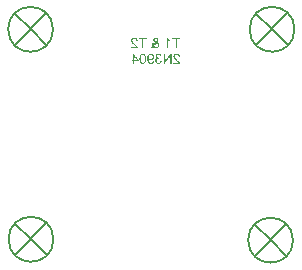
<source format=gbo>
G04 Layer: BottomSilkscreenLayer*
G04 EasyEDA Pro v2.2.40.8, 2025-10-31 20:04:37*
G04 Gerber Generator version 0.3*
G04 Scale: 100 percent, Rotated: No, Reflected: No*
G04 Dimensions in millimeters*
G04 Leading zeros omitted, absolute positions, 4 integers and 5 decimals*
G04 Generated by one-click*
%FSLAX45Y45*%
%MOMM*%
%ADD10C,0.1524*%
%ADD11C,0.5817*%
G75*


G04 Text Start*
G36*
G01X-1335178Y1912235D02*
G01X-1335178Y1874417D01*
G01X-1346451Y1874417D01*
G01X-1346451Y1950053D01*
G01X-1374815Y1950053D01*
G01X-1374815Y1960235D01*
G01X-1306815Y1960235D01*
G01X-1306815Y1950053D01*
G01X-1335178Y1950053D01*
G01X-1335178Y1912235D01*
G37*
G36*
G01X-1382451Y1882235D02*
G01X-1381724Y1880235D01*
G01X-1381178Y1877871D01*
G01X-1380997Y1875508D01*
G01X-1380997Y1874417D01*
G01X-1437724Y1874417D01*
G01X-1437724Y1884598D01*
G01X-1395906Y1884598D01*
G01X-1396088Y1885326D01*
G01X-1396633Y1886417D01*
G01X-1397360Y1887326D01*
G01X-1398269Y1888235D01*
G01X-1400088Y1890417D01*
G01X-1401906Y1892235D01*
G01X-1403724Y1893689D01*
G01X-1405542Y1895507D01*
G01X-1406997Y1896598D01*
G01X-1408269Y1897871D01*
G01X-1410088Y1899326D01*
G01X-1412269Y1901144D01*
G01X-1413179Y1902053D01*
G01X-1414633Y1903144D01*
G01X-1415906Y1904417D01*
G01X-1418088Y1906235D01*
G01X-1418997Y1907144D01*
G01X-1420815Y1908599D01*
G01X-1428088Y1915871D01*
G01X-1430815Y1919144D01*
G01X-1431542Y1920235D01*
G01X-1432451Y1921508D01*
G01X-1433360Y1922962D01*
G01X-1434815Y1925508D01*
G01X-1435542Y1927144D01*
G01X-1436269Y1929326D01*
G01X-1436815Y1931690D01*
G01X-1437178Y1933508D01*
G01X-1437360Y1937508D01*
G01X-1437178Y1941508D01*
G01X-1436815Y1943144D01*
G01X-1436269Y1944780D01*
G01X-1435178Y1947326D01*
G01X-1434451Y1948599D01*
G01X-1433360Y1950235D01*
G01X-1432269Y1951690D01*
G01X-1429542Y1954417D01*
G01X-1428633Y1955144D01*
G01X-1427360Y1956053D01*
G01X-1425906Y1956962D01*
G01X-1424633Y1957689D01*
G01X-1422997Y1958417D01*
G01X-1420997Y1959144D01*
G01X-1418633Y1959689D01*
G01X-1416815Y1960053D01*
G01X-1414269Y1960417D01*
G01X-1409906Y1960599D01*
G01X-1405542Y1960417D01*
G01X-1401542Y1959689D01*
G01X-1397724Y1958417D01*
G01X-1396088Y1957689D01*
G01X-1394633Y1956780D01*
G01X-1392997Y1955689D01*
G01X-1391724Y1954780D01*
G01X-1389906Y1952962D01*
G01X-1388088Y1950780D01*
G01X-1387360Y1949871D01*
G01X-1385360Y1945871D01*
G01X-1384815Y1944417D01*
G01X-1384269Y1942780D01*
G01X-1383724Y1940599D01*
G01X-1383360Y1938599D01*
G01X-1383178Y1937326D01*
G01X-1382997Y1936235D01*
G01X-1383269Y1935917D01*
G01X-1384451Y1935690D01*
G01X-1386815Y1935508D01*
G01X-1388088Y1935326D01*
G01X-1391724Y1934962D01*
G01X-1392997Y1934780D01*
G01X-1393542Y1935144D01*
G01X-1393724Y1936235D01*
G01X-1393906Y1938235D01*
G01X-1394269Y1939871D01*
G01X-1394815Y1941690D01*
G01X-1395360Y1943144D01*
G01X-1396088Y1944599D01*
G01X-1396997Y1945871D01*
G01X-1399360Y1948235D01*
G01X-1400633Y1949144D01*
G01X-1402088Y1950053D01*
G01X-1403724Y1950780D01*
G01X-1405724Y1951326D01*
G01X-1407360Y1951690D01*
G01X-1410997Y1951871D01*
G01X-1414633Y1951690D01*
G01X-1416451Y1951144D01*
G01X-1418269Y1950417D01*
G01X-1419542Y1949690D01*
G01X-1420633Y1948962D01*
G01X-1421542Y1948235D01*
G01X-1423360Y1946417D01*
G01X-1424088Y1945508D01*
G01X-1425360Y1942962D01*
G01X-1426088Y1940962D01*
G01X-1426451Y1938962D01*
G01X-1426633Y1937508D01*
G01X-1426633Y1935690D01*
G01X-1426269Y1933326D01*
G01X-1425724Y1931508D01*
G01X-1424997Y1929690D01*
G01X-1424269Y1928053D01*
G01X-1423360Y1926599D01*
G01X-1422269Y1924962D01*
G01X-1421360Y1923690D01*
G01X-1420269Y1922235D01*
G01X-1418088Y1920053D01*
G01X-1417360Y1919144D01*
G01X-1416088Y1918053D01*
G01X-1411724Y1913689D01*
G01X-1409906Y1912235D01*
G01X-1408997Y1911326D01*
G01X-1401360Y1904780D01*
G01X-1399542Y1903326D01*
G01X-1396997Y1901144D01*
G01X-1389724Y1893871D01*
G01X-1388269Y1892053D01*
G01X-1387178Y1890598D01*
G01X-1385906Y1888780D01*
G01X-1384087Y1885871D01*
G01X-1383178Y1884053D01*
G01X-1382451Y1882235D01*
G37*
G36*
G01X-1259542Y1874962D02*
G01X-1260451Y1874235D01*
G01X-1261360Y1873689D01*
G01X-1262087Y1872962D01*
G01X-1262997Y1872780D01*
G01X-1264087Y1873871D01*
G01X-1267360Y1877689D01*
G01X-1269178Y1879871D01*
G01X-1269724Y1880598D01*
G01X-1269178Y1881326D01*
G01X-1267724Y1882417D01*
G01X-1265906Y1883871D01*
G01X-1260087Y1889689D01*
G01X-1257360Y1892962D01*
G01X-1242815Y1892962D01*
G01X-1242087Y1891326D01*
G01X-1240815Y1890053D01*
G01X-1240087Y1889144D01*
G01X-1239360Y1888417D01*
G01X-1238451Y1887689D01*
G01X-1237360Y1886780D01*
G01X-1234451Y1884962D01*
G01X-1232997Y1884235D01*
G01X-1231178Y1883508D01*
G01X-1229542Y1882962D01*
G01X-1229542Y1882962D01*
G01X-1227724Y1882598D01*
G01X-1225724Y1882235D01*
G01X-1224815Y1882235D01*
G01X-1222997Y1882417D01*
G01X-1220633Y1882780D01*
G01X-1219178Y1883326D01*
G01X-1217906Y1883871D01*
G01X-1216451Y1884780D01*
G01X-1215178Y1885871D01*
G01X-1214269Y1886780D01*
G01X-1213360Y1887871D01*
G01X-1212451Y1889326D01*
G01X-1211542Y1890962D01*
G01X-1210815Y1892417D01*
G01X-1210087Y1894235D01*
G01X-1209542Y1896417D01*
G01X-1209360Y1899326D01*
G01X-1209542Y1901871D01*
G01X-1210087Y1903508D01*
G01X-1210815Y1905144D01*
G01X-1211542Y1906417D01*
G01X-1212633Y1908053D01*
G01X-1216633Y1912053D01*
G01X-1217542Y1912780D01*
G01X-1218451Y1913326D01*
G01X-1219724Y1914235D01*
G01X-1221360Y1915326D01*
G01X-1222997Y1916235D01*
G01X-1224269Y1916235D01*
G01X-1229360Y1909871D01*
G01X-1230269Y1908962D01*
G01X-1237542Y1899871D01*
G01X-1238451Y1898780D01*
G01X-1239178Y1897689D01*
G01X-1239906Y1896780D01*
G01X-1240815Y1895871D01*
G01X-1242269Y1894053D01*
G01X-1242815Y1892962D01*
G01X-1257360Y1892962D01*
G01X-1256815Y1894053D01*
G01X-1257178Y1895144D01*
G01X-1258087Y1896598D01*
G01X-1258815Y1898053D01*
G01X-1259542Y1899689D01*
G01X-1260269Y1901144D01*
G01X-1260997Y1902780D01*
G01X-1261724Y1904598D01*
G01X-1262815Y1907871D01*
G01X-1263360Y1909689D01*
G01X-1263724Y1911326D01*
G01X-1263906Y1912235D01*
G01X-1262633Y1912780D01*
G01X-1257178Y1913871D01*
G01X-1255724Y1914235D01*
G01X-1254087Y1914599D01*
G01X-1253451Y1914417D01*
G01X-1252996Y1913508D01*
G01X-1252087Y1909871D01*
G01X-1251542Y1908235D01*
G01X-1250815Y1906417D01*
G01X-1250087Y1904780D01*
G01X-1249360Y1903508D01*
G01X-1248906Y1903462D01*
G01X-1248269Y1904053D01*
G01X-1246815Y1905871D01*
G01X-1245724Y1907326D01*
G01X-1242815Y1910962D01*
G01X-1241724Y1912417D01*
G01X-1238815Y1916053D01*
G01X-1237724Y1917508D01*
G01X-1236269Y1919326D01*
G01X-1235178Y1920780D01*
G01X-1234087Y1922053D01*
G01X-1233951Y1922417D01*
G01X-1234269Y1922780D01*
G01X-1236815Y1924235D01*
G01X-1237906Y1924962D01*
G01X-1240451Y1926780D01*
G01X-1242269Y1928235D01*
G01X-1244996Y1930962D01*
G01X-1245906Y1932235D01*
G01X-1246996Y1933871D01*
G01X-1247906Y1935326D01*
G01X-1248451Y1936599D01*
G01X-1248996Y1938053D01*
G01X-1249542Y1940417D01*
G01X-1249769Y1942235D01*
G01X-1239178Y1942235D01*
G01X-1238997Y1940417D01*
G01X-1238451Y1938780D01*
G01X-1237724Y1937144D01*
G01X-1236997Y1936053D01*
G01X-1235178Y1934235D01*
G01X-1233906Y1933144D01*
G01X-1233906Y1933144D01*
G01X-1231360Y1931326D01*
G01X-1229724Y1930235D01*
G01X-1228451Y1929871D01*
G01X-1227360Y1930417D01*
G01X-1225178Y1932962D01*
G01X-1224269Y1933871D01*
G01X-1223178Y1935326D01*
G01X-1221906Y1937144D01*
G01X-1220997Y1938599D01*
G01X-1220269Y1940235D01*
G01X-1219724Y1942235D01*
G01X-1219542Y1944417D01*
G01X-1219906Y1946417D01*
G01X-1220451Y1947871D01*
G01X-1221178Y1948962D01*
G01X-1222087Y1950053D01*
G01X-1222997Y1950962D01*
G01X-1223906Y1951508D01*
G01X-1225178Y1952235D01*
G01X-1227360Y1952780D01*
G01X-1229178Y1953144D01*
G01X-1230269Y1953144D01*
G01X-1231542Y1952962D01*
G01X-1232997Y1952599D01*
G01X-1234451Y1951871D01*
G01X-1235542Y1951144D01*
G01X-1236451Y1950417D01*
G01X-1237178Y1949508D01*
G01X-1238451Y1946962D01*
G01X-1238997Y1944780D01*
G01X-1239178Y1942235D01*
G01X-1249769Y1942235D01*
G01X-1249906Y1943326D01*
G01X-1249906Y1945871D01*
G01X-1249360Y1948417D01*
G01X-1248633Y1950417D01*
G01X-1247906Y1951871D01*
G01X-1246996Y1953326D01*
G01X-1246087Y1954599D01*
G01X-1244269Y1956417D01*
G01X-1242996Y1957508D01*
G01X-1241724Y1958417D01*
G01X-1240451Y1959144D01*
G01X-1238997Y1959871D01*
G01X-1237178Y1960599D01*
G01X-1234997Y1961144D01*
G01X-1232815Y1961508D01*
G01X-1228997Y1961689D01*
G01X-1225906Y1961508D01*
G01X-1224269Y1961144D01*
G01X-1222451Y1960599D01*
G01X-1220997Y1960053D01*
G01X-1219724Y1959508D01*
G01X-1218269Y1958780D01*
G01X-1216997Y1957871D01*
G01X-1215178Y1956417D01*
G01X-1213360Y1954599D01*
G01X-1212269Y1953144D01*
G01X-1210997Y1951326D01*
G01X-1210087Y1949326D01*
G01X-1209542Y1947690D01*
G01X-1209178Y1946235D01*
G01X-1208815Y1944053D01*
G01X-1208633Y1941690D01*
G01X-1208815Y1940053D01*
G01X-1209178Y1938417D01*
G01X-1209724Y1936599D01*
G01X-1210451Y1934962D01*
G01X-1211178Y1933508D01*
G01X-1211906Y1932235D01*
G01X-1212815Y1930780D01*
G01X-1213724Y1929508D01*
G01X-1215906Y1926599D01*
G01X-1216815Y1925690D01*
G01X-1217542Y1924780D01*
G01X-1217906Y1923871D01*
G01X-1217860Y1923553D01*
G01X-1217360Y1923326D01*
G01X-1215906Y1922599D01*
G01X-1214269Y1921690D01*
G01X-1212997Y1920962D01*
G01X-1210269Y1919144D01*
G01X-1207360Y1916962D01*
G01X-1204269Y1913871D01*
G01X-1202815Y1912053D01*
G01X-1201906Y1910780D01*
G01X-1200815Y1909144D01*
G01X-1199906Y1907326D01*
G01X-1199178Y1905326D01*
G01X-1198633Y1903326D01*
G01X-1198269Y1901508D01*
G01X-1198088Y1897326D01*
G01X-1198269Y1893507D01*
G01X-1198633Y1892053D01*
G01X-1199178Y1890417D01*
G01X-1199724Y1888962D01*
G01X-1200269Y1887689D01*
G01X-1200997Y1886235D01*
G01X-1201724Y1884962D01*
G01X-1202451Y1884053D01*
G01X-1203542Y1882598D01*
G01X-1206633Y1879508D01*
G01X-1208451Y1878053D01*
G01X-1209724Y1877144D01*
G01X-1211360Y1876235D01*
G01X-1212815Y1875508D01*
G01X-1214087Y1874962D01*
G01X-1215542Y1874417D01*
G01X-1217542Y1873871D01*
G01X-1219360Y1873508D01*
G01X-1222633Y1873144D01*
G01X-1225724Y1872962D01*
G01X-1228815Y1873144D01*
G01X-1230997Y1873508D01*
G01X-1233360Y1874053D01*
G01X-1236633Y1875144D01*
G01X-1238269Y1875871D01*
G01X-1239724Y1876598D01*
G01X-1240997Y1877326D01*
G01X-1242451Y1878235D01*
G01X-1243724Y1879144D01*
G01X-1245178Y1880235D01*
G01X-1246451Y1881326D01*
G01X-1248996Y1883871D01*
G01X-1249724Y1884417D01*
G01X-1250451Y1883871D01*
G01X-1251360Y1882780D01*
G01X-1256815Y1877326D01*
G01X-1258633Y1875871D01*
G01X-1259542Y1874962D01*
G37*
G36*
G01X-1050451Y1912235D02*
G01X-1050451Y1874417D01*
G01X-1061724Y1874417D01*
G01X-1061724Y1950053D01*
G01X-1090087Y1950053D01*
G01X-1090087Y1960235D01*
G01X-1022087Y1960235D01*
G01X-1022087Y1950053D01*
G01X-1050451Y1950053D01*
G01X-1050451Y1912235D01*
G37*
G36*
G01X-1126815Y1907689D02*
G01X-1126815Y1874417D01*
G01X-1137360Y1874417D01*
G01X-1137360Y1960599D01*
G01X-1130451Y1960599D01*
G01X-1130087Y1959689D01*
G01X-1128996Y1957871D01*
G01X-1127724Y1956053D01*
G01X-1124451Y1952235D01*
G01X-1121724Y1949508D01*
G01X-1119906Y1948053D01*
G01X-1117724Y1946235D01*
G01X-1116815Y1945508D01*
G01X-1115542Y1944780D01*
G01X-1113906Y1943690D01*
G01X-1110997Y1941871D01*
G01X-1107724Y1940235D01*
G01X-1106451Y1939508D01*
G01X-1105906Y1937962D01*
G01X-1105724Y1934053D01*
G01X-1105724Y1928962D01*
G01X-1106815Y1929326D01*
G01X-1108815Y1930053D01*
G01X-1113178Y1932235D01*
G01X-1115724Y1933690D01*
G01X-1117178Y1934599D01*
G01X-1120815Y1936780D01*
G01X-1122087Y1937690D01*
G01X-1124815Y1939871D01*
G01X-1126087Y1940599D01*
G01X-1126815Y1940962D01*
G01X-1126815Y1907689D01*
G37*
G36*
G01X-1411906Y1750598D02*
G01X-1411906Y1740235D01*
G01X-1422451Y1740235D01*
G01X-1422451Y1760962D01*
G01X-1434088Y1760962D01*
G01X-1434088Y1770053D01*
G01X-1433178Y1770235D01*
G01X-1427360Y1770417D01*
G01X-1422451Y1770417D01*
G01X-1422451Y1788962D01*
G01X-1411906Y1788962D01*
G01X-1411906Y1770417D01*
G01X-1398633Y1770417D01*
G01X-1385178Y1770598D01*
G01X-1385542Y1771689D01*
G01X-1387360Y1774235D01*
G01X-1389906Y1777871D01*
G01X-1390997Y1779508D01*
G01X-1392815Y1782053D01*
G01X-1393906Y1783689D01*
G01X-1398997Y1790962D01*
G01X-1400088Y1792599D01*
G01X-1401906Y1795144D01*
G01X-1402997Y1796780D01*
G01X-1404815Y1799326D01*
G01X-1405906Y1800962D01*
G01X-1407724Y1803508D01*
G01X-1408815Y1805144D01*
G01X-1410088Y1806962D01*
G01X-1411179Y1808235D01*
G01X-1411497Y1808371D01*
G01X-1411724Y1808053D01*
G01X-1411906Y1788962D01*
G01X-1411906Y1788962D01*
G01X-1422451Y1788962D01*
G01X-1422451Y1826053D01*
G01X-1418088Y1826053D01*
G01X-1414724Y1825917D01*
G01X-1413360Y1825508D01*
G01X-1410633Y1821690D01*
G01X-1409542Y1820053D01*
G01X-1405906Y1814962D01*
G01X-1403360Y1811326D01*
G01X-1401542Y1808780D01*
G01X-1396451Y1801508D01*
G01X-1394633Y1798962D01*
G01X-1392088Y1795326D01*
G01X-1390269Y1792780D01*
G01X-1385178Y1785508D01*
G01X-1383360Y1782962D01*
G01X-1380815Y1779326D01*
G01X-1378997Y1776780D01*
G01X-1375178Y1771326D01*
G01X-1374633Y1769462D01*
G01X-1374451Y1765689D01*
G01X-1374451Y1760962D01*
G01X-1411906Y1760962D01*
G01X-1411906Y1750598D01*
G37*
G36*
G01X-1329542Y1740598D02*
G01X-1331724Y1739871D01*
G01X-1334269Y1739326D01*
G01X-1336087Y1738962D01*
G01X-1339360Y1738780D01*
G01X-1342633Y1738962D01*
G01X-1345178Y1739326D01*
G01X-1346815Y1739689D01*
G01X-1348451Y1740235D01*
G01X-1350997Y1741326D01*
G01X-1352269Y1742053D01*
G01X-1353906Y1743144D01*
G01X-1355724Y1744598D01*
G01X-1356997Y1745871D01*
G01X-1359178Y1748598D01*
G01X-1360087Y1749871D01*
G01X-1361178Y1751689D01*
G01X-1362087Y1753508D01*
G01X-1362815Y1755144D01*
G01X-1363542Y1756962D01*
G01X-1364633Y1760235D01*
G01X-1365178Y1762417D01*
G01X-1365542Y1764053D01*
G01X-1366269Y1768417D01*
G01X-1366633Y1771326D01*
G01X-1366997Y1775689D01*
G01X-1367148Y1782053D01*
G01X-1356269Y1782053D01*
G01X-1356087Y1772417D01*
G01X-1355724Y1768417D01*
G01X-1355360Y1765871D01*
G01X-1354633Y1761871D01*
G01X-1353360Y1758053D01*
G01X-1352633Y1756417D01*
G01X-1351906Y1755144D01*
G01X-1351178Y1754053D01*
G01X-1350451Y1753144D01*
G01X-1348633Y1751326D01*
G01X-1347360Y1750235D01*
G01X-1345906Y1749326D01*
G01X-1344451Y1748598D01*
G01X-1344451Y1748598D01*
G01X-1342269Y1747871D01*
G01X-1338815Y1747508D01*
G01X-1336451Y1747689D01*
G01X-1335178Y1748053D01*
G01X-1333542Y1748598D01*
G01X-1332269Y1749326D01*
G01X-1330633Y1750417D01*
G01X-1328451Y1752598D01*
G01X-1327542Y1753689D01*
G01X-1326633Y1755144D01*
G01X-1325724Y1756780D01*
G01X-1324997Y1758598D01*
G01X-1324269Y1760780D01*
G01X-1323724Y1763326D01*
G01X-1323360Y1765144D01*
G01X-1322997Y1767326D01*
G01X-1322633Y1770235D01*
G01X-1322451Y1772962D01*
G01X-1322269Y1774962D01*
G01X-1322088Y1782962D01*
G01X-1322269Y1790962D01*
G01X-1322633Y1795326D01*
G01X-1322997Y1798599D01*
G01X-1323724Y1802599D01*
G01X-1324269Y1804235D01*
G01X-1324815Y1806235D01*
G01X-1325360Y1807690D01*
G01X-1326815Y1810599D01*
G01X-1327542Y1811690D01*
G01X-1328633Y1813144D01*
G01X-1329906Y1814417D01*
G01X-1331178Y1815326D01*
G01X-1332815Y1816235D01*
G01X-1334451Y1816962D01*
G01X-1336451Y1817508D01*
G01X-1339906Y1817690D01*
G01X-1342633Y1817508D01*
G01X-1344087Y1816962D01*
G01X-1345906Y1816053D01*
G01X-1347360Y1815144D01*
G01X-1348269Y1814417D01*
G01X-1349360Y1813144D01*
G01X-1350633Y1811871D01*
G01X-1351542Y1810599D01*
G01X-1352997Y1807690D01*
G01X-1353724Y1806053D01*
G01X-1354269Y1804053D01*
G01X-1354997Y1800417D01*
G01X-1355360Y1798235D01*
G01X-1355724Y1795689D01*
G01X-1355906Y1793144D01*
G01X-1356087Y1791689D01*
G01X-1356269Y1782053D01*
G01X-1367148Y1782053D01*
G01X-1367178Y1783326D01*
G01X-1366997Y1790962D01*
G01X-1366633Y1795689D01*
G01X-1366269Y1798235D01*
G01X-1365542Y1802235D01*
G01X-1364997Y1804053D01*
G01X-1364269Y1806417D01*
G01X-1363542Y1808599D01*
G01X-1362087Y1811871D01*
G01X-1361178Y1813690D01*
G01X-1360269Y1815144D01*
G01X-1359178Y1816780D01*
G01X-1358087Y1818235D01*
G01X-1356269Y1820053D01*
G01X-1354087Y1821871D01*
G01X-1353178Y1822599D01*
G01X-1349178Y1824599D01*
G01X-1347542Y1825144D01*
G01X-1345906Y1825508D01*
G01X-1344451Y1825871D01*
G01X-1342269Y1826235D01*
G01X-1338087Y1826417D01*
G01X-1334633Y1826235D01*
G01X-1331360Y1825508D01*
G01X-1329724Y1824962D01*
G01X-1328088Y1824235D01*
G01X-1326633Y1823508D01*
G01X-1325360Y1822780D01*
G01X-1322633Y1820599D01*
G01X-1321724Y1819690D01*
G01X-1320269Y1817871D01*
G01X-1319178Y1816417D01*
G01X-1317906Y1814599D01*
G01X-1316815Y1812780D01*
G01X-1316088Y1811144D01*
G01X-1315542Y1809871D01*
G01X-1314815Y1808235D01*
G01X-1314088Y1806053D01*
G01X-1313542Y1803871D01*
G01X-1313178Y1802235D01*
G01X-1312815Y1800780D01*
G01X-1312088Y1796417D01*
G01X-1311906Y1794599D01*
G01X-1311724Y1793144D01*
G01X-1311360Y1788053D01*
G01X-1311178Y1782053D01*
G01X-1311360Y1776053D01*
G01X-1311724Y1771326D01*
G01X-1312451Y1765508D01*
G01X-1314269Y1758235D01*
G01X-1314815Y1756780D01*
G01X-1316269Y1753144D01*
G01X-1317178Y1751508D01*
G01X-1318088Y1750053D01*
G01X-1319178Y1748417D01*
G01X-1320269Y1746962D01*
G01X-1322088Y1745144D01*
G01X-1324269Y1743326D01*
G01X-1325178Y1742598D01*
G01X-1327724Y1741326D01*
G01X-1329542Y1740598D01*
G37*
G36*
G01X-1257178Y1742053D02*
G01X-1260087Y1740598D01*
G01X-1262269Y1739871D01*
G01X-1264997Y1739144D01*
G01X-1269906Y1738780D01*
G01X-1273906Y1738962D01*
G01X-1276451Y1739326D01*
G01X-1277906Y1739689D01*
G01X-1279724Y1740235D01*
G01X-1281724Y1740962D01*
G01X-1283360Y1741689D01*
G01X-1284815Y1742598D01*
G01X-1286633Y1743871D01*
G01X-1288088Y1744962D01*
G01X-1289906Y1746417D01*
G01X-1291360Y1748235D01*
G01X-1292269Y1749326D01*
G01X-1292997Y1750417D01*
G01X-1293906Y1751689D01*
G01X-1294997Y1753508D01*
G01X-1295906Y1755326D01*
G01X-1296633Y1756962D01*
G01X-1297360Y1758780D01*
G01X-1298088Y1761144D01*
G01X-1298815Y1763689D01*
G01X-1299360Y1766598D01*
G01X-1300088Y1770962D01*
G01X-1300451Y1774235D01*
G01X-1300633Y1777507D01*
G01X-1300815Y1779689D01*
G01X-1300997Y1785326D01*
G01X-1300815Y1790962D01*
G01X-1300451Y1796417D01*
G01X-1300295Y1797508D01*
G01X-1289360Y1797508D01*
G01X-1289179Y1795326D01*
G01X-1288815Y1792417D01*
G01X-1288451Y1790962D01*
G01X-1287906Y1789326D01*
G01X-1287179Y1787689D01*
G01X-1286269Y1786053D01*
G01X-1285360Y1784780D01*
G01X-1284269Y1783508D01*
G01X-1282997Y1782417D01*
G01X-1282088Y1781689D01*
G01X-1280815Y1780780D01*
G01X-1278815Y1779871D01*
G01X-1278815Y1779871D01*
G01X-1276451Y1779144D01*
G01X-1272269Y1778780D01*
G01X-1269178Y1778962D01*
G01X-1268269Y1779144D01*
G01X-1266815Y1779508D01*
G01X-1264997Y1780235D01*
G01X-1263542Y1780962D01*
G01X-1262633Y1781689D01*
G01X-1261178Y1782780D01*
G01X-1259906Y1784053D01*
G01X-1258997Y1785326D01*
G01X-1257906Y1786962D01*
G01X-1256997Y1788780D01*
G01X-1256269Y1790780D01*
G01X-1255724Y1793144D01*
G01X-1255360Y1796053D01*
G01X-1255178Y1798417D01*
G01X-1255360Y1799690D01*
G01X-1255724Y1802599D01*
G01X-1256087Y1804053D01*
G01X-1256633Y1805690D01*
G01X-1257360Y1807326D01*
G01X-1258087Y1808780D01*
G01X-1258997Y1810235D01*
G01X-1260087Y1811508D01*
G01X-1262815Y1814235D01*
G01X-1263724Y1814962D01*
G01X-1266269Y1816235D01*
G01X-1267906Y1816962D01*
G01X-1270269Y1817508D01*
G01X-1273906Y1817690D01*
G01X-1276451Y1817508D01*
G01X-1278088Y1816962D01*
G01X-1279724Y1816235D01*
G01X-1281179Y1815326D01*
G01X-1282451Y1814235D01*
G01X-1285179Y1811508D01*
G01X-1285906Y1810599D01*
G01X-1287179Y1808053D01*
G01X-1287906Y1806417D01*
G01X-1288451Y1804417D01*
G01X-1288815Y1802599D01*
G01X-1289179Y1799690D01*
G01X-1289360Y1797508D01*
G01X-1300295Y1797508D01*
G01X-1300088Y1798962D01*
G01X-1299360Y1802962D01*
G01X-1298633Y1805871D01*
G01X-1298088Y1807326D01*
G01X-1297360Y1809144D01*
G01X-1295906Y1812053D01*
G01X-1295179Y1813326D01*
G01X-1293360Y1815871D01*
G01X-1292633Y1816780D01*
G01X-1289906Y1819508D01*
G01X-1288451Y1820599D01*
G01X-1286633Y1821871D01*
G01X-1285179Y1822780D01*
G01X-1282269Y1824235D01*
G01X-1280815Y1824780D01*
G01X-1279179Y1825326D01*
G01X-1277724Y1825689D01*
G01X-1276451Y1825871D01*
G01X-1274633Y1826235D01*
G01X-1270451Y1826417D01*
G01X-1266997Y1826235D01*
G01X-1265178Y1825871D01*
G01X-1263178Y1825326D01*
G01X-1261542Y1824780D01*
G01X-1260087Y1824235D01*
G01X-1258633Y1823508D01*
G01X-1257360Y1822780D01*
G01X-1254815Y1820962D01*
G01X-1253906Y1820235D01*
G01X-1252087Y1818417D01*
G01X-1250633Y1816599D01*
G01X-1249724Y1815508D01*
G01X-1248996Y1814235D01*
G01X-1248087Y1812780D01*
G01X-1247178Y1810962D01*
G01X-1246451Y1809144D01*
G01X-1245906Y1807326D01*
G01X-1245542Y1805871D01*
G01X-1245178Y1804053D01*
G01X-1244815Y1801871D01*
G01X-1244633Y1796780D01*
G01X-1244815Y1792053D01*
G01X-1245178Y1790053D01*
G01X-1245724Y1787871D01*
G01X-1246269Y1786235D01*
G01X-1246815Y1784780D01*
G01X-1248269Y1781871D01*
G01X-1248996Y1780780D01*
G01X-1250815Y1778235D01*
G01X-1253542Y1775507D01*
G01X-1255360Y1774053D01*
G01X-1256451Y1773326D01*
G01X-1257906Y1772417D01*
G01X-1259724Y1771507D01*
G01X-1261724Y1770780D01*
G01X-1263360Y1770235D01*
G01X-1265178Y1769871D01*
G01X-1267360Y1769507D01*
G01X-1269906Y1769326D01*
G01X-1272088Y1769507D01*
G01X-1274633Y1769871D01*
G01X-1276269Y1770235D01*
G01X-1278088Y1770780D01*
G01X-1279724Y1771507D01*
G01X-1281179Y1772235D01*
G01X-1282451Y1772962D01*
G01X-1284088Y1774053D01*
G01X-1285542Y1775144D01*
G01X-1288269Y1777871D01*
G01X-1289179Y1779144D01*
G01X-1290088Y1780053D01*
G01X-1290360Y1779417D01*
G01X-1290451Y1777144D01*
G01X-1290269Y1773507D01*
G01X-1289906Y1770235D01*
G01X-1289179Y1766235D01*
G01X-1288633Y1764417D01*
G01X-1287906Y1762053D01*
G01X-1287179Y1760053D01*
G01X-1286451Y1758235D01*
G01X-1285724Y1756780D01*
G01X-1284997Y1755508D01*
G01X-1284269Y1754417D01*
G01X-1283542Y1753508D01*
G01X-1281724Y1751689D01*
G01X-1280633Y1750780D01*
G01X-1279179Y1749871D01*
G01X-1277542Y1748962D01*
G01X-1275542Y1748235D01*
G01X-1272815Y1747689D01*
G01X-1269360Y1747508D01*
G01X-1266997Y1747689D01*
G01X-1265360Y1748235D01*
G01X-1263542Y1748962D01*
G01X-1262087Y1749871D01*
G01X-1260633Y1751326D01*
G01X-1259542Y1752598D01*
G01X-1258815Y1753689D01*
G01X-1258087Y1754962D01*
G01X-1257542Y1756417D01*
G01X-1256997Y1758053D01*
G01X-1256451Y1759871D01*
G01X-1256269Y1760962D01*
G01X-1254997Y1760962D01*
G01X-1253178Y1760780D01*
G01X-1249178Y1760417D01*
G01X-1247360Y1760235D01*
G01X-1246087Y1760235D01*
G01X-1246269Y1758598D01*
G01X-1246633Y1756417D01*
G01X-1247906Y1752598D01*
G01X-1248633Y1750962D01*
G01X-1249360Y1749689D01*
G01X-1250269Y1748235D01*
G01X-1251178Y1746962D01*
G01X-1253906Y1744235D01*
G01X-1255360Y1743144D01*
G01X-1257178Y1742053D01*
G37*
G36*
G01X-1095178Y1783144D02*
G01X-1095178Y1740235D01*
G01X-1106087Y1740235D01*
G01X-1106087Y1773689D01*
G01X-1106178Y1798735D01*
G01X-1106451Y1806962D01*
G01X-1107360Y1805871D01*
G01X-1135724Y1763326D01*
G01X-1138269Y1759689D01*
G01X-1150269Y1741689D01*
G01X-1151178Y1740598D01*
G01X-1157179Y1740235D01*
G01X-1162815Y1740235D01*
G01X-1162815Y1826053D01*
G01X-1151906Y1826053D01*
G01X-1151906Y1792780D01*
G01X-1151815Y1767871D01*
G01X-1151542Y1759689D01*
G01X-1150633Y1760780D01*
G01X-1130996Y1790235D01*
G01X-1128451Y1793871D01*
G01X-1107724Y1824962D01*
G01X-1106633Y1825871D01*
G01X-1100633Y1826053D01*
G01X-1095178Y1826053D01*
G01X-1095178Y1783144D01*
G37*
G36*
G01X-1192815Y1741326D02*
G01X-1194451Y1740598D01*
G01X-1196633Y1739871D01*
G01X-1201178Y1738962D01*
G01X-1205360Y1738780D01*
G01X-1209906Y1738962D01*
G01X-1211906Y1739326D01*
G01X-1214087Y1739871D01*
G01X-1217360Y1740962D01*
G01X-1218997Y1741689D01*
G01X-1220451Y1742417D01*
G01X-1221542Y1743144D01*
G01X-1224087Y1744962D01*
G01X-1227724Y1748598D01*
G01X-1228633Y1749689D01*
G01X-1229360Y1750780D01*
G01X-1230269Y1752053D01*
G01X-1231906Y1755326D01*
G01X-1232451Y1756598D01*
G01X-1232815Y1757871D01*
G01X-1233178Y1759326D01*
G01X-1233542Y1761144D01*
G01X-1233906Y1763689D01*
G01X-1234087Y1766598D01*
G01X-1233906Y1768417D01*
G01X-1233542Y1771326D01*
G01X-1232997Y1773144D01*
G01X-1232269Y1775326D01*
G01X-1231360Y1777144D01*
G01X-1230269Y1778780D01*
G01X-1229360Y1780053D01*
G01X-1227542Y1781871D01*
G01X-1226451Y1782780D01*
G01X-1224269Y1784235D01*
G01X-1222997Y1784962D01*
G01X-1221360Y1785689D01*
G01X-1219360Y1786235D01*
G01X-1218724Y1786508D01*
G01X-1218633Y1786962D01*
G01X-1219542Y1787689D01*
G01X-1220997Y1788417D01*
G01X-1222451Y1789508D01*
G01X-1223542Y1790417D01*
G01X-1224451Y1791144D01*
G01X-1225360Y1792235D01*
G01X-1226087Y1793326D01*
G01X-1226997Y1794599D01*
G01X-1227906Y1796053D01*
G01X-1228451Y1797326D01*
G01X-1228815Y1798599D01*
G01X-1229360Y1800417D01*
G01X-1229724Y1804599D01*
G01X-1229542Y1808053D01*
G01X-1228997Y1809871D01*
G01X-1228269Y1812235D01*
G01X-1227542Y1813690D01*
G01X-1226815Y1814962D01*
G01X-1225906Y1816235D01*
G01X-1225178Y1817144D01*
G01X-1224633Y1818053D01*
G01X-1223906Y1818962D01*
G01X-1221360Y1821144D01*
G01X-1220451Y1821871D01*
G01X-1216451Y1823871D01*
G01X-1214815Y1824599D01*
G01X-1212633Y1825326D01*
G01X-1210269Y1825871D01*
G01X-1207724Y1826235D01*
G01X-1203724Y1826417D01*
G01X-1200451Y1826235D01*
G01X-1196451Y1825508D01*
G01X-1194997Y1824962D01*
G01X-1193178Y1824235D01*
G01X-1191724Y1823508D01*
G01X-1188815Y1821690D01*
G01X-1187906Y1820780D01*
G01X-1186997Y1820053D01*
G01X-1185906Y1818962D01*
G01X-1184815Y1817690D01*
G01X-1184088Y1816780D01*
G01X-1183542Y1815871D01*
G01X-1182633Y1814599D01*
G01X-1180997Y1811326D01*
G01X-1180451Y1809871D01*
G01X-1179906Y1808235D01*
G01X-1179360Y1806235D01*
G01X-1178997Y1804599D01*
G01X-1179269Y1804280D01*
G01X-1180451Y1804053D01*
G01X-1182633Y1803690D01*
G01X-1184451Y1803326D01*
G01X-1186633Y1802962D01*
G01X-1189360Y1802417D01*
G01X-1189542Y1803690D01*
G01X-1189906Y1805508D01*
G01X-1190451Y1807144D01*
G01X-1191178Y1808962D01*
G01X-1191906Y1810417D01*
G01X-1192997Y1812053D01*
G01X-1194451Y1813690D01*
G01X-1195724Y1814780D01*
G01X-1196815Y1815508D01*
G01X-1198269Y1816235D01*
G01X-1199906Y1816962D01*
G01X-1201360Y1817326D01*
G01X-1202633Y1817508D01*
G01X-1205542Y1817690D01*
G01X-1208451Y1817508D01*
G01X-1209906Y1817144D01*
G01X-1211360Y1816599D01*
G01X-1212633Y1815871D01*
G01X-1213724Y1815144D01*
G01X-1214633Y1814417D01*
G01X-1215542Y1813508D01*
G01X-1216451Y1812235D01*
G01X-1217360Y1810780D01*
G01X-1218087Y1809326D01*
G01X-1218633Y1806962D01*
G01X-1218815Y1803144D01*
G01X-1218633Y1800417D01*
G01X-1218087Y1798962D01*
G01X-1217178Y1797144D01*
G01X-1216087Y1795871D01*
G01X-1214269Y1794053D01*
G01X-1213178Y1793326D01*
G01X-1211724Y1792599D01*
G01X-1210087Y1791871D01*
G01X-1208269Y1791144D01*
G01X-1205542Y1790599D01*
G01X-1203360Y1790235D01*
G01X-1201360Y1790053D01*
G01X-1200224Y1789826D01*
G01X-1199724Y1789144D01*
G01X-1199542Y1787508D01*
G01X-1199360Y1786235D01*
G01X-1198815Y1781871D01*
G01X-1198815Y1780962D01*
G01X-1199906Y1781144D01*
G01X-1201542Y1781508D01*
G01X-1203724Y1781871D01*
G01X-1207178Y1782053D01*
G01X-1209542Y1781871D01*
G01X-1211178Y1781508D01*
G01X-1212815Y1780962D01*
G01X-1214997Y1779871D01*
G01X-1216087Y1779144D01*
G01X-1216997Y1778235D01*
G01X-1217906Y1777507D01*
G01X-1218815Y1776598D01*
G01X-1219724Y1775507D01*
G01X-1220451Y1774417D01*
G01X-1220997Y1773144D01*
G01X-1221724Y1771507D01*
G01X-1222269Y1769507D01*
G01X-1222633Y1767689D01*
G01X-1222815Y1764598D01*
G01X-1222633Y1761871D01*
G01X-1222269Y1760417D01*
G01X-1221724Y1758780D01*
G01X-1221178Y1757326D01*
G01X-1220633Y1756235D01*
G01X-1219724Y1754962D01*
G01X-1218633Y1753689D01*
G01X-1217906Y1752780D01*
G01X-1217178Y1752053D01*
G01X-1216269Y1751326D01*
G01X-1215178Y1750417D01*
G01X-1213906Y1749689D01*
G01X-1212451Y1748962D01*
G01X-1210997Y1748417D01*
G01X-1209542Y1748053D01*
G01X-1207724Y1747689D01*
G01X-1204451Y1747508D01*
G01X-1201542Y1747689D01*
G01X-1199724Y1748235D01*
G01X-1197906Y1748962D01*
G01X-1196451Y1749871D01*
G01X-1195178Y1750780D01*
G01X-1194269Y1751508D01*
G01X-1193360Y1752598D01*
G01X-1192633Y1753689D01*
G01X-1191724Y1754962D01*
G01X-1190815Y1756780D01*
G01X-1190088Y1758417D01*
G01X-1188997Y1761689D01*
G01X-1188633Y1763144D01*
G01X-1188406Y1763735D01*
G01X-1187724Y1764053D01*
G01X-1185906Y1764053D01*
G01X-1180815Y1763326D01*
G01X-1179178Y1763144D01*
G01X-1178088Y1762598D01*
G01X-1177906Y1761508D01*
G01X-1178633Y1757871D01*
G01X-1179178Y1756235D01*
G01X-1179906Y1754235D01*
G01X-1180633Y1752780D01*
G01X-1181360Y1751508D01*
G01X-1182269Y1750053D01*
G01X-1183178Y1748780D01*
G01X-1183906Y1747871D01*
G01X-1185542Y1746235D01*
G01X-1186633Y1745326D01*
G01X-1187542Y1744417D01*
G01X-1188451Y1743689D01*
G01X-1189724Y1742962D01*
G01X-1191360Y1742053D01*
G01X-1192815Y1741326D01*
G37*
G36*
G01X-1024633Y1748417D02*
G01X-1023906Y1746417D01*
G01X-1023360Y1744053D01*
G01X-1023178Y1741508D01*
G01X-1023178Y1740235D01*
G01X-1079906Y1740235D01*
G01X-1079906Y1750417D01*
G01X-1038088Y1750417D01*
G01X-1038269Y1751144D01*
G01X-1038815Y1752235D01*
G01X-1040997Y1754962D01*
G01X-1044633Y1758598D01*
G01X-1047178Y1760780D01*
G01X-1048088Y1761689D01*
G01X-1049542Y1762780D01*
G01X-1050815Y1764053D01*
G01X-1052633Y1765508D01*
G01X-1054815Y1767326D01*
G01X-1055724Y1768235D01*
G01X-1057178Y1769326D01*
G01X-1058451Y1770598D01*
G01X-1060633Y1772417D01*
G01X-1062451Y1774235D01*
G01X-1064269Y1775689D01*
G01X-1069724Y1781144D01*
G01X-1070815Y1782598D01*
G01X-1072088Y1783871D01*
G01X-1072815Y1784780D01*
G01X-1073360Y1785689D01*
G01X-1074088Y1786598D01*
G01X-1074815Y1787689D01*
G01X-1075724Y1789144D01*
G01X-1077360Y1792417D01*
G01X-1077906Y1793689D01*
G01X-1078269Y1794962D01*
G01X-1078815Y1796599D01*
G01X-1079178Y1798417D01*
G01X-1079360Y1799690D01*
G01X-1079542Y1803326D01*
G01X-1079360Y1806962D01*
G01X-1078997Y1808599D01*
G01X-1078451Y1810417D01*
G01X-1077724Y1812235D01*
G01X-1076815Y1814053D01*
G01X-1075724Y1815690D01*
G01X-1074451Y1817508D01*
G01X-1071360Y1820599D01*
G01X-1070088Y1821508D01*
G01X-1068451Y1822599D01*
G01X-1065178Y1824235D01*
G01X-1063724Y1824780D01*
G01X-1060815Y1825508D01*
G01X-1058997Y1825871D01*
G01X-1056451Y1826235D01*
G01X-1051542Y1826417D01*
G01X-1047724Y1826235D01*
G01X-1043724Y1825508D01*
G01X-1039906Y1824235D01*
G01X-1038269Y1823508D01*
G01X-1035360Y1821690D01*
G01X-1033906Y1820599D01*
G01X-1031724Y1818417D01*
G01X-1030633Y1817144D01*
G01X-1029542Y1815508D01*
G01X-1028633Y1813871D01*
G01X-1027906Y1812599D01*
G01X-1027360Y1811508D01*
G01X-1026815Y1810053D01*
G01X-1026269Y1808235D01*
G01X-1025906Y1806599D01*
G01X-1025542Y1804780D01*
G01X-1025178Y1802599D01*
G01X-1024997Y1801690D01*
G01X-1026633Y1801508D01*
G01X-1028997Y1801326D01*
G01X-1030269Y1801144D01*
G01X-1033906Y1800780D01*
G01X-1035178Y1800599D01*
G01X-1035724Y1801008D01*
G01X-1035906Y1802235D01*
G01X-1036088Y1804417D01*
G01X-1036451Y1806053D01*
G01X-1036997Y1807871D01*
G01X-1037724Y1809508D01*
G01X-1038451Y1810780D01*
G01X-1040633Y1813508D01*
G01X-1041724Y1814417D01*
G01X-1044269Y1815871D01*
G01X-1045906Y1816599D01*
G01X-1047724Y1817144D01*
G01X-1049542Y1817508D01*
G01X-1053360Y1817690D01*
G01X-1056815Y1817508D01*
G01X-1058451Y1816962D01*
G01X-1060269Y1816235D01*
G01X-1061724Y1815508D01*
G01X-1062815Y1814780D01*
G01X-1063724Y1814053D01*
G01X-1064633Y1813144D01*
G01X-1066815Y1810235D01*
G01X-1067542Y1808780D01*
G01X-1068269Y1806599D01*
G01X-1068633Y1802417D01*
G01X-1068269Y1798780D01*
G01X-1067724Y1797144D01*
G01X-1067178Y1795689D01*
G01X-1066451Y1794235D01*
G01X-1065542Y1792599D01*
G01X-1064451Y1790962D01*
G01X-1063542Y1789508D01*
G01X-1062633Y1788599D01*
G01X-1061178Y1786780D01*
G01X-1053906Y1779508D01*
G01X-1052451Y1778417D01*
G01X-1051178Y1777144D01*
G01X-1048997Y1775326D01*
G01X-1046451Y1773144D01*
G01X-1039906Y1767689D01*
G01X-1038088Y1765871D01*
G01X-1035906Y1764053D01*
G01X-1034088Y1762235D01*
G01X-1032997Y1760780D01*
G01X-1031724Y1759508D01*
G01X-1030633Y1758235D01*
G01X-1029724Y1756962D01*
G01X-1028997Y1756053D01*
G01X-1028088Y1754780D01*
G01X-1026997Y1753144D01*
G01X-1024633Y1748417D01*
G37*
G04 Text End*

G04 PolygonModel Start*
G54D10*
G01X-2285547Y254000D02*
G01X-2417627Y386080D01*
G01X-2422707Y386080D01*
G01X-2285547Y254000D02*
G01X-2153467Y121920D01*
G01X-2148387Y121920D01*
G01X-2285547Y254000D02*
G01X-2421239Y118308D01*
G01X-2285547Y262742D02*
G01X-2158547Y389742D01*
G01X-2158547Y391160D01*
G01X-257200Y246380D02*
G01X-389280Y378460D01*
G01X-394360Y378460D01*
G01X-257200Y246380D02*
G01X-125120Y114300D01*
G01X-120040Y114300D01*
G01X-257200Y246380D02*
G01X-392892Y110688D01*
G01X-257200Y255122D02*
G01X-130200Y382122D01*
G01X-130200Y383540D01*
G01X-244500Y2032000D02*
G01X-376580Y2164080D01*
G01X-381660Y2164080D01*
G01X-244500Y2032000D02*
G01X-112420Y1899920D01*
G01X-107340Y1899920D01*
G01X-244500Y2032000D02*
G01X-380192Y1896308D01*
G01X-244500Y2040742D02*
G01X-117500Y2167742D01*
G01X-117500Y2169160D01*
G01X-2289200Y2032000D02*
G01X-2421280Y2164080D01*
G01X-2426360Y2164080D01*
G01X-2289200Y2032000D02*
G01X-2157120Y1899920D01*
G01X-2152040Y1899920D01*
G01X-2289200Y2032000D02*
G01X-2424892Y1896308D01*
G01X-2289200Y2040742D02*
G01X-2162200Y2167742D01*
G01X-2162200Y2169160D01*

G04 Circle Start*
G01X-2475539Y254000D02*
G03X-2095555Y254000I189992J0D01*
G03X-2475539Y254000I-189992J0D01*
G01X-447192Y246380D02*
G03X-67208Y246380I189992J0D01*
G03X-447192Y246380I-189992J0D01*
G01X-434492Y2032000D02*
G03X-54508Y2032000I189992J0D01*
G03X-434492Y2032000I-189992J0D01*
G01X-2479192Y2032000D02*
G03X-2099208Y2032000I189992J0D01*
G03X-2479192Y2032000I-189992J0D01*
G04 Circle End*

M02*


</source>
